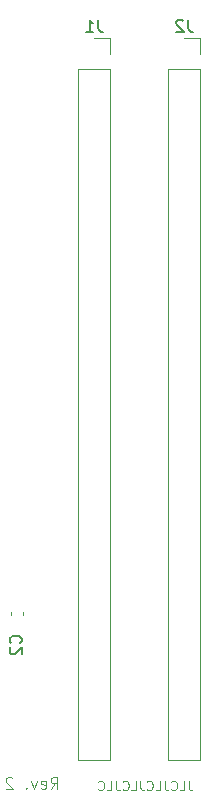
<source format=gbr>
G04 #@! TF.GenerationSoftware,KiCad,Pcbnew,8.0.4+dfsg-1*
G04 #@! TF.CreationDate,2025-02-22T20:19:49+09:00*
G04 #@! TF.ProjectId,bionic-tms9981-ldo,62696f6e-6963-42d7-946d-73393938312d,2*
G04 #@! TF.SameCoordinates,Original*
G04 #@! TF.FileFunction,Legend,Bot*
G04 #@! TF.FilePolarity,Positive*
%FSLAX46Y46*%
G04 Gerber Fmt 4.6, Leading zero omitted, Abs format (unit mm)*
G04 Created by KiCad (PCBNEW 8.0.4+dfsg-1) date 2025-02-22 20:19:49*
%MOMM*%
%LPD*%
G01*
G04 APERTURE LIST*
%ADD10C,0.125000*%
%ADD11C,0.100000*%
%ADD12C,0.150000*%
%ADD13C,0.120000*%
G04 APERTURE END LIST*
D10*
X106204240Y-137308119D02*
X106537573Y-136831928D01*
X106775668Y-137308119D02*
X106775668Y-136308119D01*
X106775668Y-136308119D02*
X106394716Y-136308119D01*
X106394716Y-136308119D02*
X106299478Y-136355738D01*
X106299478Y-136355738D02*
X106251859Y-136403357D01*
X106251859Y-136403357D02*
X106204240Y-136498595D01*
X106204240Y-136498595D02*
X106204240Y-136641452D01*
X106204240Y-136641452D02*
X106251859Y-136736690D01*
X106251859Y-136736690D02*
X106299478Y-136784309D01*
X106299478Y-136784309D02*
X106394716Y-136831928D01*
X106394716Y-136831928D02*
X106775668Y-136831928D01*
X105394716Y-137260500D02*
X105489954Y-137308119D01*
X105489954Y-137308119D02*
X105680430Y-137308119D01*
X105680430Y-137308119D02*
X105775668Y-137260500D01*
X105775668Y-137260500D02*
X105823287Y-137165261D01*
X105823287Y-137165261D02*
X105823287Y-136784309D01*
X105823287Y-136784309D02*
X105775668Y-136689071D01*
X105775668Y-136689071D02*
X105680430Y-136641452D01*
X105680430Y-136641452D02*
X105489954Y-136641452D01*
X105489954Y-136641452D02*
X105394716Y-136689071D01*
X105394716Y-136689071D02*
X105347097Y-136784309D01*
X105347097Y-136784309D02*
X105347097Y-136879547D01*
X105347097Y-136879547D02*
X105823287Y-136974785D01*
X105013763Y-136641452D02*
X104775668Y-137308119D01*
X104775668Y-137308119D02*
X104537573Y-136641452D01*
X104156620Y-137212880D02*
X104109001Y-137260500D01*
X104109001Y-137260500D02*
X104156620Y-137308119D01*
X104156620Y-137308119D02*
X104204239Y-137260500D01*
X104204239Y-137260500D02*
X104156620Y-137212880D01*
X104156620Y-137212880D02*
X104156620Y-137308119D01*
X102966144Y-136403357D02*
X102918525Y-136355738D01*
X102918525Y-136355738D02*
X102823287Y-136308119D01*
X102823287Y-136308119D02*
X102585192Y-136308119D01*
X102585192Y-136308119D02*
X102489954Y-136355738D01*
X102489954Y-136355738D02*
X102442335Y-136403357D01*
X102442335Y-136403357D02*
X102394716Y-136498595D01*
X102394716Y-136498595D02*
X102394716Y-136593833D01*
X102394716Y-136593833D02*
X102442335Y-136736690D01*
X102442335Y-136736690D02*
X103013763Y-137308119D01*
X103013763Y-137308119D02*
X102394716Y-137308119D01*
D11*
X117903238Y-136620895D02*
X117903238Y-137192323D01*
X117903238Y-137192323D02*
X117941333Y-137306609D01*
X117941333Y-137306609D02*
X118017524Y-137382800D01*
X118017524Y-137382800D02*
X118131809Y-137420895D01*
X118131809Y-137420895D02*
X118208000Y-137420895D01*
X117141333Y-137420895D02*
X117522285Y-137420895D01*
X117522285Y-137420895D02*
X117522285Y-136620895D01*
X116417523Y-137344704D02*
X116455619Y-137382800D01*
X116455619Y-137382800D02*
X116569904Y-137420895D01*
X116569904Y-137420895D02*
X116646095Y-137420895D01*
X116646095Y-137420895D02*
X116760381Y-137382800D01*
X116760381Y-137382800D02*
X116836571Y-137306609D01*
X116836571Y-137306609D02*
X116874666Y-137230419D01*
X116874666Y-137230419D02*
X116912762Y-137078038D01*
X116912762Y-137078038D02*
X116912762Y-136963752D01*
X116912762Y-136963752D02*
X116874666Y-136811371D01*
X116874666Y-136811371D02*
X116836571Y-136735180D01*
X116836571Y-136735180D02*
X116760381Y-136658990D01*
X116760381Y-136658990D02*
X116646095Y-136620895D01*
X116646095Y-136620895D02*
X116569904Y-136620895D01*
X116569904Y-136620895D02*
X116455619Y-136658990D01*
X116455619Y-136658990D02*
X116417523Y-136697085D01*
X115846095Y-136620895D02*
X115846095Y-137192323D01*
X115846095Y-137192323D02*
X115884190Y-137306609D01*
X115884190Y-137306609D02*
X115960381Y-137382800D01*
X115960381Y-137382800D02*
X116074666Y-137420895D01*
X116074666Y-137420895D02*
X116150857Y-137420895D01*
X115084190Y-137420895D02*
X115465142Y-137420895D01*
X115465142Y-137420895D02*
X115465142Y-136620895D01*
X114360380Y-137344704D02*
X114398476Y-137382800D01*
X114398476Y-137382800D02*
X114512761Y-137420895D01*
X114512761Y-137420895D02*
X114588952Y-137420895D01*
X114588952Y-137420895D02*
X114703238Y-137382800D01*
X114703238Y-137382800D02*
X114779428Y-137306609D01*
X114779428Y-137306609D02*
X114817523Y-137230419D01*
X114817523Y-137230419D02*
X114855619Y-137078038D01*
X114855619Y-137078038D02*
X114855619Y-136963752D01*
X114855619Y-136963752D02*
X114817523Y-136811371D01*
X114817523Y-136811371D02*
X114779428Y-136735180D01*
X114779428Y-136735180D02*
X114703238Y-136658990D01*
X114703238Y-136658990D02*
X114588952Y-136620895D01*
X114588952Y-136620895D02*
X114512761Y-136620895D01*
X114512761Y-136620895D02*
X114398476Y-136658990D01*
X114398476Y-136658990D02*
X114360380Y-136697085D01*
X113788952Y-136620895D02*
X113788952Y-137192323D01*
X113788952Y-137192323D02*
X113827047Y-137306609D01*
X113827047Y-137306609D02*
X113903238Y-137382800D01*
X113903238Y-137382800D02*
X114017523Y-137420895D01*
X114017523Y-137420895D02*
X114093714Y-137420895D01*
X113027047Y-137420895D02*
X113407999Y-137420895D01*
X113407999Y-137420895D02*
X113407999Y-136620895D01*
X112303237Y-137344704D02*
X112341333Y-137382800D01*
X112341333Y-137382800D02*
X112455618Y-137420895D01*
X112455618Y-137420895D02*
X112531809Y-137420895D01*
X112531809Y-137420895D02*
X112646095Y-137382800D01*
X112646095Y-137382800D02*
X112722285Y-137306609D01*
X112722285Y-137306609D02*
X112760380Y-137230419D01*
X112760380Y-137230419D02*
X112798476Y-137078038D01*
X112798476Y-137078038D02*
X112798476Y-136963752D01*
X112798476Y-136963752D02*
X112760380Y-136811371D01*
X112760380Y-136811371D02*
X112722285Y-136735180D01*
X112722285Y-136735180D02*
X112646095Y-136658990D01*
X112646095Y-136658990D02*
X112531809Y-136620895D01*
X112531809Y-136620895D02*
X112455618Y-136620895D01*
X112455618Y-136620895D02*
X112341333Y-136658990D01*
X112341333Y-136658990D02*
X112303237Y-136697085D01*
X111731809Y-136620895D02*
X111731809Y-137192323D01*
X111731809Y-137192323D02*
X111769904Y-137306609D01*
X111769904Y-137306609D02*
X111846095Y-137382800D01*
X111846095Y-137382800D02*
X111960380Y-137420895D01*
X111960380Y-137420895D02*
X112036571Y-137420895D01*
X110969904Y-137420895D02*
X111350856Y-137420895D01*
X111350856Y-137420895D02*
X111350856Y-136620895D01*
X110246094Y-137344704D02*
X110284190Y-137382800D01*
X110284190Y-137382800D02*
X110398475Y-137420895D01*
X110398475Y-137420895D02*
X110474666Y-137420895D01*
X110474666Y-137420895D02*
X110588952Y-137382800D01*
X110588952Y-137382800D02*
X110665142Y-137306609D01*
X110665142Y-137306609D02*
X110703237Y-137230419D01*
X110703237Y-137230419D02*
X110741333Y-137078038D01*
X110741333Y-137078038D02*
X110741333Y-136963752D01*
X110741333Y-136963752D02*
X110703237Y-136811371D01*
X110703237Y-136811371D02*
X110665142Y-136735180D01*
X110665142Y-136735180D02*
X110588952Y-136658990D01*
X110588952Y-136658990D02*
X110474666Y-136620895D01*
X110474666Y-136620895D02*
X110398475Y-136620895D01*
X110398475Y-136620895D02*
X110284190Y-136658990D01*
X110284190Y-136658990D02*
X110246094Y-136697085D01*
D12*
X117843333Y-72204819D02*
X117843333Y-72919104D01*
X117843333Y-72919104D02*
X117890952Y-73061961D01*
X117890952Y-73061961D02*
X117986190Y-73157200D01*
X117986190Y-73157200D02*
X118129047Y-73204819D01*
X118129047Y-73204819D02*
X118224285Y-73204819D01*
X117414761Y-72300057D02*
X117367142Y-72252438D01*
X117367142Y-72252438D02*
X117271904Y-72204819D01*
X117271904Y-72204819D02*
X117033809Y-72204819D01*
X117033809Y-72204819D02*
X116938571Y-72252438D01*
X116938571Y-72252438D02*
X116890952Y-72300057D01*
X116890952Y-72300057D02*
X116843333Y-72395295D01*
X116843333Y-72395295D02*
X116843333Y-72490533D01*
X116843333Y-72490533D02*
X116890952Y-72633390D01*
X116890952Y-72633390D02*
X117462380Y-73204819D01*
X117462380Y-73204819D02*
X116843333Y-73204819D01*
X110223333Y-72204819D02*
X110223333Y-72919104D01*
X110223333Y-72919104D02*
X110270952Y-73061961D01*
X110270952Y-73061961D02*
X110366190Y-73157200D01*
X110366190Y-73157200D02*
X110509047Y-73204819D01*
X110509047Y-73204819D02*
X110604285Y-73204819D01*
X109223333Y-73204819D02*
X109794761Y-73204819D01*
X109509047Y-73204819D02*
X109509047Y-72204819D01*
X109509047Y-72204819D02*
X109604285Y-72347676D01*
X109604285Y-72347676D02*
X109699523Y-72442914D01*
X109699523Y-72442914D02*
X109794761Y-72490533D01*
X103645580Y-124951333D02*
X103693200Y-124903714D01*
X103693200Y-124903714D02*
X103740819Y-124760857D01*
X103740819Y-124760857D02*
X103740819Y-124665619D01*
X103740819Y-124665619D02*
X103693200Y-124522762D01*
X103693200Y-124522762D02*
X103597961Y-124427524D01*
X103597961Y-124427524D02*
X103502723Y-124379905D01*
X103502723Y-124379905D02*
X103312247Y-124332286D01*
X103312247Y-124332286D02*
X103169390Y-124332286D01*
X103169390Y-124332286D02*
X102978914Y-124379905D01*
X102978914Y-124379905D02*
X102883676Y-124427524D01*
X102883676Y-124427524D02*
X102788438Y-124522762D01*
X102788438Y-124522762D02*
X102740819Y-124665619D01*
X102740819Y-124665619D02*
X102740819Y-124760857D01*
X102740819Y-124760857D02*
X102788438Y-124903714D01*
X102788438Y-124903714D02*
X102836057Y-124951333D01*
X102836057Y-125332286D02*
X102788438Y-125379905D01*
X102788438Y-125379905D02*
X102740819Y-125475143D01*
X102740819Y-125475143D02*
X102740819Y-125713238D01*
X102740819Y-125713238D02*
X102788438Y-125808476D01*
X102788438Y-125808476D02*
X102836057Y-125856095D01*
X102836057Y-125856095D02*
X102931295Y-125903714D01*
X102931295Y-125903714D02*
X103026533Y-125903714D01*
X103026533Y-125903714D02*
X103169390Y-125856095D01*
X103169390Y-125856095D02*
X103740819Y-125284667D01*
X103740819Y-125284667D02*
X103740819Y-125903714D01*
D13*
X117510000Y-73750000D02*
X118840000Y-73750000D01*
X118840000Y-73750000D02*
X118840000Y-75080000D01*
X118840000Y-134830000D02*
X118840000Y-76350000D01*
X116180000Y-76350000D02*
X118840000Y-76350000D01*
X116180000Y-134830000D02*
X118840000Y-134830000D01*
X116180000Y-134830000D02*
X116180000Y-76350000D01*
X109890000Y-73750000D02*
X111220000Y-73750000D01*
X111220000Y-73750000D02*
X111220000Y-75080000D01*
X111220000Y-134830000D02*
X111220000Y-76350000D01*
X108560000Y-76350000D02*
X111220000Y-76350000D01*
X108560000Y-134830000D02*
X111220000Y-134830000D01*
X108560000Y-134830000D02*
X108560000Y-76350000D01*
X102826800Y-122330133D02*
X102826800Y-122622667D01*
X103846800Y-122330133D02*
X103846800Y-122622667D01*
M02*

</source>
